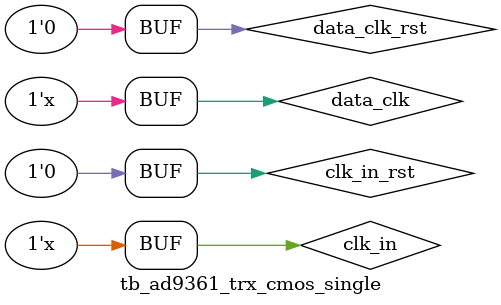
<source format=v>
`timescale 1ns / 1ps


module tb_ad9361_trx_cmos_single;

reg clk_in = 'b0;
reg clk_in_rst = 'b0;
wire data_clk;
reg data_clk_rst = 'b0;
reg [11:0] tx_data_i = 'b0;
reg [11:0] tx_data_q = 'b0;
wire [11:0] rx_data_i;
wire [11:0] rx_data_q;

wire clk_out;
wire tx_frame;
wire [11:0] tx_data;

ad9361_tx_map_cmos_single dut_tx
(
    .clk_in         (clk_in         ),
    .clk_in_rst     (clk_in_rst     ),

    .tx_data_clk    (data_clk       ),
    .tx_data_clk_rst(data_clk_rst   ),

    .tx_data_i      (tx_data_i      ),
    .tx_data_q      (tx_data_q      ),

    .clk_out        (clk_out        ),
    .tx_frame       (tx_frame       ),
    .tx_data        (tx_data        )
);

ad9361_rx_map_cmos_single dut_rx
(
    .clk_in         (clk_in         ),
    .clk_in_rst     (clk_in_rst     ),

    .rx_data_clk    (data_clk       ),
    .rx_data_clk_rst(data_clk_rst   ),

    .rx_fifo_rst    (1'b0           ),

    .rx_frame       (tx_frame       ),
    .rx_data        (tx_data        ),

    .rx_data_i      (rx_data_i      ),
    .rx_data_q      (rx_data_q      )
);

initial begin
    clk_in_rst = 1'b1;
    data_clk_rst = 1'b1;
    #102
    clk_in_rst = 'b0;
    #333
    data_clk_rst = 'b0;
end

always #20 clk_in = ~clk_in;
assign #7 data_clk = clk_in;

always @(posedge data_clk) begin
    if (data_clk_rst) begin
        tx_data_i <= 'b0;
        tx_data_q <= 'b0;
    end
    else begin
        tx_data_i <= tx_data_i + 2'd1;
        tx_data_q <= tx_data_q + 2'd2;
    end
end

endmodule

</source>
